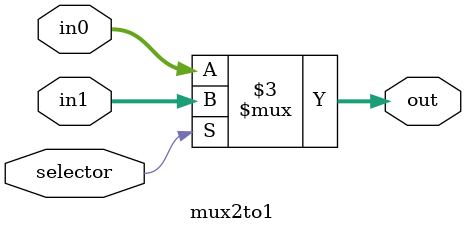
<source format=v>
module mux2to1(selector, in0, in1, out);
	input selector;
	input[31:0] in0, in1;
	output reg [31:0] out;

	always @(selector or in0 or in1)
		if (selector) out = in1;
		else out = in0;
endmodule

/*
module test;
	reg [31:0] a, b;
	reg s;
	wire [31:0] c;
	mux2to1 mmm(s, a, b, c);

	initial begin
		a = 128; b = 200;
		s = 0;
		#1 $display("s = %b, a = %b, b = %b, output = %b", s, a, b, c);
		s = 1;
		#1 $display("s = %b, a = %b, b = %b, output = %b", s, a, b, c);
		$finish;
	end
endmodule
*/

</source>
